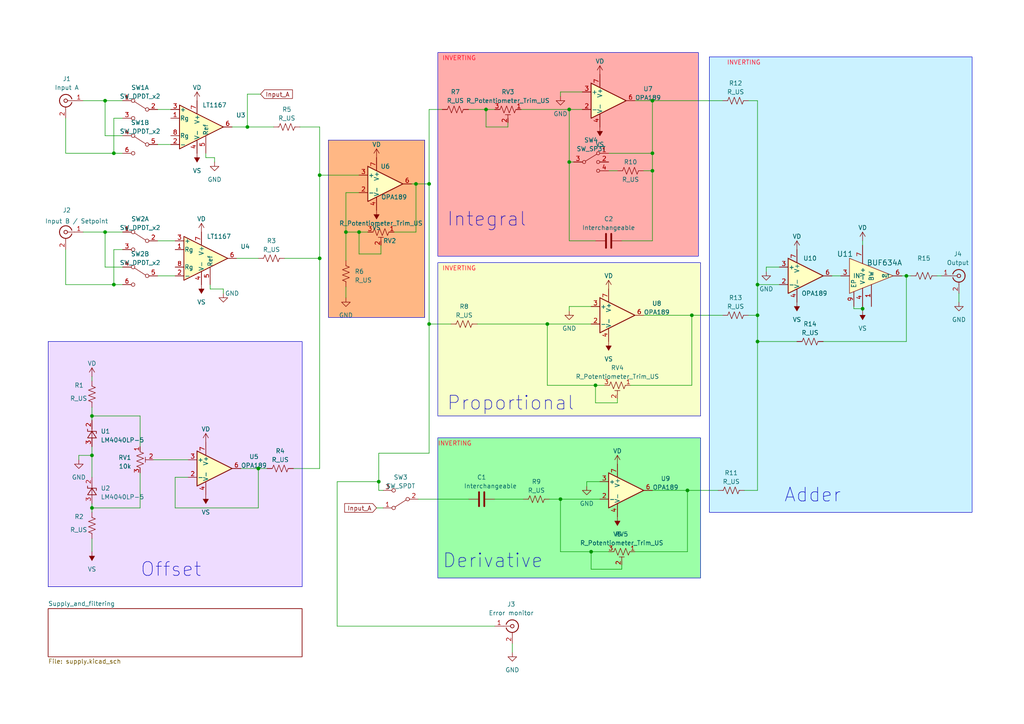
<source format=kicad_sch>
(kicad_sch (version 20230121) (generator eeschema)
  (paper "A4")
  (lib_symbols
    (symbol "Amplifier_Instrumentation:INA128" (pin_names (offset 0.127))
      (property "Reference" "U" (at 3.81 3.175 0))
      (property "Value" "INA128" (at 3.81 -3.175 0))
      (symbol "INA128_0_1"
        (polyline (pts (xy 7.62 0) (xy -5.08 6.35) (xy -5.08 -6.35) (xy 7.62 0)) (stroke (width 0.254)) (fill (type background)))
      )
      (symbol "INA128_1_1"
        (pin passive line (at -7.62 2.54 0) (length 2.54) (name "Rg") (number "1"))
        (pin input line (at -7.62 -5.08 0) (length 2.54) (name "-") (number "2"))
        (pin input line (at -7.62 5.08 0) (length 2.54) (name "+") (number "3"))
        (pin power_in line (at 0 -7.62 90) (length 3.81) (name "V-") (number "4"))
        (pin input line (at 2.54 -7.62 90) (length 5.08) (name "Ref") (number "5"))
        (pin output line (at 10.16 0 180) (length 2.54) (name "~") (number "6"))
        (pin power_in line (at 0 7.62 270) (length 3.81) (name "V+") (number "7"))
        (pin passive line (at -7.62 -2.54 0) (length 2.54) (name "Rg") (number "8"))
      )
    )
    (symbol "Amplifier_Operational:OPA330xxD" (pin_names (offset 0.127))
      (property "Reference" "U" (at 0 6.35 0))
      (property "Value" "OPA330xxD" (at 0 3.81 0))
      (symbol "OPA330xxD_0_1"
        (polyline (pts (xy -5.08 5.08) (xy 5.08 0) (xy -5.08 -5.08) (xy -5.08 5.08)) (stroke (width 0.254)) (fill (type background)))
      )
      (symbol "OPA330xxD_1_1"
        (pin no_connect line (at -2.54 2.54 270) (length 2.54) hide (name "NC") (number "1"))
        (pin input line (at -7.62 -2.54 0) (length 2.54) (name "-") (number "2"))
        (pin input line (at -7.62 2.54 0) (length 2.54) (name "+") (number "3"))
        (pin power_in line (at -2.54 -7.62 90) (length 3.81) (name "V-") (number "4"))
        (pin no_connect line (at 0 2.54 270) (length 2.54) hide (name "NC") (number "5"))
        (pin output line (at 7.62 0 180) (length 2.54) (name "~") (number "6"))
        (pin power_in line (at -2.54 7.62 270) (length 3.81) (name "V+") (number "7"))
        (pin no_connect line (at 0 -2.54 90) (length 2.54) hide (name "NC") (number "8"))
      )
    )
    (symbol "Connector:Conn_Coaxial" (pin_names (offset 1.016) hide)
      (property "Reference" "J" (at 0.254 3.048 0))
      (property "Value" "Conn_Coaxial" (at 2.921 0 90))
      (symbol "Conn_Coaxial_0_1"
        (arc (start -1.778 -0.508) (mid 0.2311 -1.8066) (end 1.778 0) (stroke (width 0.254)))
        (polyline (pts (xy -2.54 0) (xy -0.508 0)))
        (polyline (pts (xy 0 -2.54) (xy 0 -1.778)))
        (circle (center 0 0) (radius 0.508) (stroke (width 0.2032)))
        (arc (start 1.778 0) (mid 0.2099 1.8101) (end -1.778 0.508) (stroke (width 0.254)))
      )
      (symbol "Conn_Coaxial_1_1"
        (pin passive line (at -5.08 0 0) (length 2.54) (name "In") (number "1"))
        (pin passive line (at 0 -5.08 90) (length 2.54) (name "Ext") (number "2"))
      )
    )
    (symbol "Device:C" (pin_numbers hide) (pin_names (offset 0.254))
      (property "Reference" "C" (at 0.635 2.54 0))
      (property "Value" "C" (at 0.635 -2.54 0))
      (symbol "C_0_1"
        (polyline (pts (xy -2.032 -0.762) (xy 2.032 -0.762)) (stroke (width 0.508)))
        (polyline (pts (xy -2.032 0.762) (xy 2.032 0.762)) (stroke (width 0.508)))
      )
      (symbol "C_1_1"
        (pin passive line (at 0 3.81 270) (length 2.794) (name "~") (number "1"))
        (pin passive line (at 0 -3.81 90) (length 2.794) (name "~") (number "2"))
      )
    )
    (symbol "Device:R_Potentiometer_Trim_US" (pin_names (offset 1.016) hide)
      (property "Reference" "RV" (at -4.445 0 90))
      (property "Value" "R_Potentiometer_Trim_US" (at -2.54 0 90))
      (symbol "R_Potentiometer_Trim_US_0_1"
        (polyline (pts (xy 0 -2.286) (xy 0 -2.54)))
        (polyline (pts (xy 0 2.286) (xy 0 2.54)))
        (polyline (pts (xy 1.524 0.762) (xy 1.524 -0.762)))
        (polyline (pts (xy 2.54 0) (xy 1.524 0)))
        (polyline (pts (xy 0 -0.762) (xy 1.016 -1.143) (xy 0 -1.524) (xy -1.016 -1.905) (xy 0 -2.286)))
        (polyline (pts (xy 0 0.762) (xy 1.016 0.381) (xy 0 0) (xy -1.016 -0.381) (xy 0 -0.762)))
        (polyline (pts (xy 0 2.286) (xy 1.016 1.905) (xy 0 1.524) (xy -1.016 1.143) (xy 0 0.762)))
      )
      (symbol "R_Potentiometer_Trim_US_1_1"
        (pin passive line (at 0 3.81 270) (length 1.27) (name "1") (number "1"))
        (pin passive line (at 3.81 0 180) (length 1.27) (name "2") (number "2"))
        (pin passive line (at 0 -3.81 90) (length 1.27) (name "3") (number "3"))
      )
    )
    (symbol "Device:R_US" (pin_numbers hide) (pin_names (offset 0))
      (property "Reference" "R" (at 2.54 0 90))
      (property "Value" "R_US" (at -2.54 0 90))
      (symbol "R_US_0_1"
        (polyline (pts (xy 0 -2.286) (xy 0 -2.54)))
        (polyline (pts (xy 0 2.286) (xy 0 2.54)))
        (polyline (pts (xy 0 -0.762) (xy 1.016 -1.143) (xy 0 -1.524) (xy -1.016 -1.905) (xy 0 -2.286)))
        (polyline (pts (xy 0 0.762) (xy 1.016 0.381) (xy 0 0) (xy -1.016 -0.381) (xy 0 -0.762)))
        (polyline (pts (xy 0 2.286) (xy 1.016 1.905) (xy 0 1.524) (xy -1.016 1.143) (xy 0 0.762)))
      )
      (symbol "R_US_1_1"
        (pin passive line (at 0 3.81 270) (length 1.27) (name "~") (number "1"))
        (pin passive line (at 0 -3.81 90) (length 1.27) (name "~") (number "2"))
      )
    )
    (symbol "Reference_Voltage:LM4040LP-5" (pin_names (offset 0.0254) hide)
      (property "Reference" "U" (at 0 2.54 0))
      (property "Value" "LM4040LP-5" (at 0 -3.175 0))
      (symbol "LM4040LP-5_0_1"
        (polyline (pts (xy -1.27 0) (xy 0 0) (xy 1.27 0)))
        (polyline (pts (xy -1.27 -1.27) (xy 0.635 0) (xy -1.27 1.27) (xy -1.27 -1.27)) (stroke (width 0.2032)))
        (polyline (pts (xy 0 -1.27) (xy 0.635 -1.27) (xy 0.635 1.27) (xy 1.27 1.27)) (stroke (width 0.2032)))
      )
      (symbol "LM4040LP-5_1_1"
        (pin passive line (at 3.81 0 180) (length 2.54) (name "K") (number "2"))
        (pin passive line (at -3.81 0 0) (length 2.54) (name "A") (number "3"))
      )
    )
    (symbol "Switch:SW_DPDT_x2" (pin_names (offset 0) hide)
      (property "Reference" "SW" (at 0 4.318 0))
      (property "Value" "SW_DPDT_x2" (at 0 -5.08 0))
      (symbol "SW_DPDT_x2_0_0"
        (circle (center -2.032 0) (radius 0.508))
        (circle (center 2.032 -2.54) (radius 0.508))
      )
      (symbol "SW_DPDT_x2_0_1"
        (polyline (pts (xy -1.524 0.254) (xy 1.651 2.286)))
        (circle (center 2.032 2.54) (radius 0.508))
      )
      (symbol "SW_DPDT_x2_1_1"
        (pin passive line (at 5.08 2.54 180) (length 2.54) (name "A") (number "1"))
        (pin passive line (at -5.08 0 0) (length 2.54) (name "B") (number "2"))
        (pin passive line (at 5.08 -2.54 180) (length 2.54) (name "C") (number "3"))
      )
      (symbol "SW_DPDT_x2_2_1"
        (pin passive line (at 5.08 2.54 180) (length 2.54) (name "A") (number "4"))
        (pin passive line (at -5.08 0 0) (length 2.54) (name "B") (number "5"))
        (pin passive line (at 5.08 -2.54 180) (length 2.54) (name "C") (number "6"))
      )
    )
    (symbol "Switch:SW_SP3T" (pin_names (offset 0) hide)
      (property "Reference" "SW" (at 0 5.08 0))
      (property "Value" "SW_SP3T" (at 0 -5.08 0))
      (symbol "SW_SP3T_0_1"
        (circle (center -2.032 0) (radius 0.4572))
        (polyline (pts (xy -1.651 0.254) (xy 1.651 2.286)))
        (circle (center 2.032 -2.54) (radius 0.4572))
        (circle (center 2.032 0) (radius 0.4572))
        (circle (center 2.032 2.54) (radius 0.4572))
      )
      (symbol "SW_SP3T_1_1"
        (pin passive line (at 5.08 2.54 180) (length 2.54) (name "1") (number "1"))
        (pin passive line (at 5.08 0 180) (length 2.54) (name "2") (number "2"))
        (pin passive line (at -5.08 0 0) (length 2.54) (name "3") (number "3"))
        (pin passive line (at 5.08 -2.54 180) (length 2.54) (name "4") (number "4"))
      )
    )
    (symbol "Switch:SW_SPDT" (pin_names (offset 0) hide)
      (property "Reference" "SW" (at 0 4.318 0))
      (property "Value" "SW_SPDT" (at 0 -5.08 0))
      (symbol "SW_SPDT_0_0"
        (circle (center -2.032 0) (radius 0.508))
        (circle (center 2.032 -2.54) (radius 0.508))
      )
      (symbol "SW_SPDT_0_1"
        (polyline (pts (xy -1.524 0.254) (xy 1.651 2.286)))
        (circle (center 2.032 2.54) (radius 0.508))
      )
      (symbol "SW_SPDT_1_1"
        (pin passive line (at 5.08 2.54 180) (length 2.54) (name "A") (number "1"))
        (pin passive line (at -5.08 0 0) (length 2.54) (name "B") (number "2"))
        (pin passive line (at 5.08 -2.54 180) (length 2.54) (name "C") (number "3"))
      )
    )
    (symbol "buf634A:BUF634A" (pin_names (offset 1.016))
      (property "Reference" "U" (at 2.54 -12.7 0))
      (property "Value" "BUF634A" (at 13.97 -13.97 0))
      (symbol "BUF634A_1_1"
        (polyline (pts (xy 3.81 -22.86) (xy 3.81 -12.7) (xy 16.51 -17.78) (xy 3.81 -22.86)) (fill (type background)))
        (pin passive line (at 10.16 -26.67 90) (length 6.35) (name "BW") (number "1"))
        (pin passive line (at 1.27 -17.78 0) (length 2.54) (name "IN") (number "3"))
        (pin passive line (at 7.62 -26.67 90) (length 5.334) (name "V-") (number "4"))
        (pin passive line (at 19.05 -17.78 180) (length 2.54) (name "OUT") (number "6"))
        (pin passive line (at 7.62 -8.89 270) (length 5.334) (name "V+") (number "7"))
        (pin passive line (at 5.08 -26.67 90) (length 4.318) (name "EP") (number "9"))
      )
    )
    (symbol "power:GND" (power) (pin_names (offset 0))
      (property "Value" "GND" (at 0 -3.81 0))
      (symbol "GND_0_1"
        (polyline (pts (xy 0 0) (xy 0 -1.27) (xy 1.27 -1.27) (xy 0 -2.54) (xy -1.27 -1.27) (xy 0 -1.27)))
      )
      (symbol "GND_1_1"
        (pin power_in line (at 0 0 270) (length 0) hide (name "GND") (number "1"))
      )
    )
    (symbol "power:VD" (power) (pin_names (offset 0))
      (property "Value" "VD" (at 0 3.81 0))
      (symbol "VD_0_1"
        (polyline (pts (xy -0.762 1.27) (xy 0 2.54)))
        (polyline (pts (xy 0 0) (xy 0 2.54)))
        (polyline (pts (xy 0 2.54) (xy 0.762 1.27)))
      )
      (symbol "VD_1_1"
        (pin power_in line (at 0 0 90) (length 0) hide (name "VD") (number "1"))
      )
    )
    (symbol "power:VS" (power) (pin_names (offset 0))
      (property "Value" "VS" (at 0 3.81 0))
      (symbol "VS_0_1"
        (polyline (pts (xy 0 0) (xy 0 2.54)))
        (polyline (pts (xy 0.762 1.27) (xy -0.762 1.27) (xy 0 2.54) (xy 0.762 1.27)) (fill (type outline)))
      )
      (symbol "VS_1_1"
        (pin power_in line (at 0 0 90) (length 0) hide (name "VS") (number "1"))
      )
    )
  )
  (junction (at 33.02 44.45))
  (junction (at 26.67 147.32))
  (junction (at 199.39 142.24))
  (junction (at 124.46 93.98))
  (junction (at 189.23 49.53))
  (junction (at 158.75 93.98))
  (junction (at 262.89 80.01))
  (junction (at 109.855 139.7))
  (junction (at 120.65 53.34))
  (junction (at 92.71 50.8))
  (junction (at 26.67 132.08))
  (junction (at 33.02 82.55))
  (junction (at 30.48 67.31))
  (junction (at 219.71 99.06))
  (junction (at 124.46 53.34))
  (junction (at 219.71 82.55))
  (junction (at 92.71 74.93))
  (junction (at 26.67 120.65))
  (junction (at 100.33 67.31))
  (junction (at 30.48 29.21))
  (junction (at 172.72 111.76))
  (junction (at 71.755 36.83))
  (junction (at 74.93 135.89))
  (junction (at 200.66 91.44))
  (junction (at 219.71 91.44))
  (junction (at 165.1 46.99))
  (junction (at 104.14 67.31))
  (junction (at 165.1 31.75))
  (junction (at 171.45 160.02))
  (junction (at 250.19 89.535))
  (junction (at 189.23 29.21))
  (junction (at 189.23 44.45))
  (junction (at 140.97 31.75))
  (junction (at 162.56 144.78))
  (wire (pts (xy 151.13 31.75) (xy 165.1 31.75)))
  (wire (pts (xy 200.66 91.44) (xy 200.66 111.76)))
  (wire (pts (xy 35.56 34.29) (xy 33.02 34.29)))
  (wire (pts (xy 74.93 135.89) (xy 69.85 135.89)))
  (wire (pts (xy 200.66 91.44) (xy 209.55 91.44)))
  (wire (pts (xy 138.43 93.98) (xy 158.75 93.98)))
  (wire (pts (xy 30.48 67.31) (xy 35.56 67.31)))
  (wire (pts (xy 250.19 88.9) (xy 250.19 89.535)))
  (wire (pts (xy 82.55 74.93) (xy 92.71 74.93)))
  (wire (pts (xy 219.71 142.24) (xy 219.71 99.06)))
  (wire (pts (xy 26.67 147.32) (xy 26.67 148.59)))
  (wire (pts (xy 104.14 55.88) (xy 100.33 55.88)))
  (wire (pts (xy 171.45 165.1) (xy 171.45 160.02)))
  (wire (pts (xy 278.13 85.09) (xy 278.13 87.63)))
  (wire (pts (xy 162.56 144.78) (xy 173.99 144.78)))
  (wire (pts (xy 140.97 31.75) (xy 143.51 31.75)))
  (wire (pts (xy 30.48 77.47) (xy 30.48 67.31)))
  (wire (pts (xy 92.71 50.8) (xy 92.71 74.93)))
  (wire (pts (xy 219.71 82.55) (xy 219.71 29.21)))
  (wire (pts (xy 85.09 135.89) (xy 92.71 135.89)))
  (wire (pts (xy 33.02 34.29) (xy 33.02 44.45)))
  (wire (pts (xy 250.19 89.535) (xy 250.19 90.17)))
  (wire (pts (xy 33.02 44.45) (xy 35.56 44.45)))
  (wire (pts (xy 170.18 139.7) (xy 170.18 140.97)))
  (wire (pts (xy 215.9 142.24) (xy 219.71 142.24)))
  (wire (pts (xy 189.23 49.53) (xy 189.23 69.85)))
  (wire (pts (xy 71.755 36.83) (xy 79.375 36.83)))
  (wire (pts (xy 219.71 91.44) (xy 219.71 82.55)))
  (wire (pts (xy 40.64 147.32) (xy 26.67 147.32)))
  (wire (pts (xy 182.88 111.76) (xy 200.66 111.76)))
  (wire (pts (xy 171.45 160.02) (xy 162.56 160.02)))
  (wire (pts (xy 176.53 49.53) (xy 179.07 49.53)))
  (wire (pts (xy 35.56 77.47) (xy 30.48 77.47)))
  (wire (pts (xy 172.72 116.84) (xy 172.72 111.76)))
  (wire (pts (xy 262.89 99.06) (xy 262.89 80.01)))
  (wire (pts (xy 71.755 27.305) (xy 71.755 36.83)))
  (wire (pts (xy 44.45 133.35) (xy 54.61 133.35)))
  (wire (pts (xy 147.32 36.83) (xy 140.97 36.83)))
  (wire (pts (xy 158.75 93.98) (xy 158.75 111.76)))
  (wire (pts (xy 130.81 93.98) (xy 124.46 93.98)))
  (wire (pts (xy 143.51 144.78) (xy 151.765 144.78)))
  (wire (pts (xy 26.67 109.22) (xy 26.67 110.49)))
  (wire (pts (xy 247.65 89.535) (xy 250.19 89.535)))
  (wire (pts (xy 172.72 111.76) (xy 175.26 111.76)))
  (wire (pts (xy 100.33 83.185) (xy 100.33 86.36)))
  (wire (pts (xy 45.72 80.01) (xy 50.8 80.01)))
  (wire (pts (xy 45.72 69.85) (xy 50.8 69.85)))
  (wire (pts (xy 100.33 67.31) (xy 104.14 67.31)))
  (wire (pts (xy 60.96 83.82) (xy 64.77 83.82)))
  (wire (pts (xy 217.17 29.21) (xy 219.71 29.21)))
  (wire (pts (xy 54.61 138.43) (xy 50.8 138.43)))
  (wire (pts (xy 19.05 44.45) (xy 33.02 44.45)))
  (wire (pts (xy 176.53 44.45) (xy 189.23 44.45)))
  (wire (pts (xy 35.56 72.39) (xy 33.02 72.39)))
  (wire (pts (xy 238.76 99.06) (xy 262.89 99.06)))
  (wire (pts (xy 75.565 27.305) (xy 71.755 27.305)))
  (wire (pts (xy 124.46 31.75) (xy 128.27 31.75)))
  (wire (pts (xy 97.79 181.61) (xy 143.51 181.61)))
  (wire (pts (xy 271.78 80.01) (xy 273.05 80.01)))
  (wire (pts (xy 97.79 139.7) (xy 109.855 139.7)))
  (wire (pts (xy 110.49 73.66) (xy 104.14 73.66)))
  (wire (pts (xy 60.96 82.55) (xy 60.96 83.82)))
  (wire (pts (xy 86.995 36.83) (xy 92.71 36.83)))
  (wire (pts (xy 40.64 120.65) (xy 40.64 129.54)))
  (wire (pts (xy 189.23 44.45) (xy 189.23 49.53)))
  (wire (pts (xy 165.1 31.75) (xy 168.91 31.75)))
  (wire (pts (xy 162.56 160.02) (xy 162.56 144.78)))
  (wire (pts (xy 173.99 139.7) (xy 170.18 139.7)))
  (wire (pts (xy 67.31 36.83) (xy 71.755 36.83)))
  (wire (pts (xy 74.93 147.32) (xy 74.93 135.89)))
  (wire (pts (xy 121.285 144.78) (xy 135.89 144.78)))
  (wire (pts (xy 199.39 142.24) (xy 189.23 142.24)))
  (wire (pts (xy 148.59 186.69) (xy 148.59 189.23)))
  (wire (pts (xy 186.69 91.44) (xy 200.66 91.44)))
  (wire (pts (xy 222.25 77.47) (xy 222.25 78.74)))
  (wire (pts (xy 114.3 67.31) (xy 120.65 67.31)))
  (wire (pts (xy 168.91 26.67) (xy 162.56 26.67)))
  (wire (pts (xy 264.16 80.01) (xy 262.89 80.01)))
  (wire (pts (xy 165.1 46.99) (xy 165.1 69.85)))
  (wire (pts (xy 45.72 31.75) (xy 49.53 31.75)))
  (wire (pts (xy 241.3 80.01) (xy 243.84 80.01)))
  (wire (pts (xy 45.72 41.91) (xy 49.53 41.91)))
  (wire (pts (xy 35.56 39.37) (xy 30.48 39.37)))
  (wire (pts (xy 186.69 49.53) (xy 189.23 49.53)))
  (wire (pts (xy 226.06 77.47) (xy 222.25 77.47)))
  (wire (pts (xy 68.58 74.93) (xy 74.93 74.93)))
  (wire (pts (xy 140.97 36.83) (xy 140.97 31.75)))
  (wire (pts (xy 199.39 160.02) (xy 199.39 142.24)))
  (wire (pts (xy 172.72 111.76) (xy 158.75 111.76)))
  (wire (pts (xy 92.71 50.8) (xy 104.14 50.8)))
  (wire (pts (xy 179.07 116.84) (xy 172.72 116.84)))
  (wire (pts (xy 165.1 88.9) (xy 165.1 90.17)))
  (wire (pts (xy 184.15 29.21) (xy 189.23 29.21)))
  (wire (pts (xy 180.34 165.1) (xy 171.45 165.1)))
  (wire (pts (xy 124.46 131.445) (xy 124.46 93.98)))
  (wire (pts (xy 50.8 147.32) (xy 74.93 147.32)))
  (wire (pts (xy 165.1 46.99) (xy 166.37 46.99)))
  (wire (pts (xy 19.05 82.55) (xy 33.02 82.55)))
  (wire (pts (xy 24.13 29.21) (xy 30.48 29.21)))
  (wire (pts (xy 64.77 83.82) (xy 64.77 85.09)))
  (wire (pts (xy 250.19 69.85) (xy 250.19 71.12)))
  (wire (pts (xy 179.07 115.57) (xy 179.07 116.84)))
  (wire (pts (xy 109.855 131.445) (xy 124.46 131.445)))
  (wire (pts (xy 19.05 72.39) (xy 19.05 82.55)))
  (wire (pts (xy 124.46 53.34) (xy 120.65 53.34)))
  (wire (pts (xy 231.14 99.06) (xy 219.71 99.06)))
  (wire (pts (xy 189.23 29.21) (xy 209.55 29.21)))
  (wire (pts (xy 135.89 31.75) (xy 140.97 31.75)))
  (wire (pts (xy 24.13 67.31) (xy 30.48 67.31)))
  (wire (pts (xy 158.75 93.98) (xy 171.45 93.98)))
  (wire (pts (xy 92.71 135.89) (xy 92.71 74.93)))
  (wire (pts (xy 171.45 88.9) (xy 165.1 88.9)))
  (wire (pts (xy 26.67 146.05) (xy 26.67 147.32)))
  (wire (pts (xy 219.71 99.06) (xy 219.71 91.44)))
  (wire (pts (xy 109.855 142.24) (xy 109.855 139.7)))
  (wire (pts (xy 147.32 35.56) (xy 147.32 36.83)))
  (wire (pts (xy 33.02 82.55) (xy 35.56 82.55)))
  (wire (pts (xy 100.33 67.31) (xy 100.33 75.565)))
  (wire (pts (xy 33.02 72.39) (xy 33.02 82.55)))
  (wire (pts (xy 104.14 67.31) (xy 104.14 73.66)))
  (wire (pts (xy 26.67 129.54) (xy 26.67 132.08)))
  (wire (pts (xy 26.67 118.11) (xy 26.67 120.65)))
  (wire (pts (xy 110.49 71.12) (xy 110.49 73.66)))
  (wire (pts (xy 104.14 67.31) (xy 106.68 67.31)))
  (wire (pts (xy 180.34 163.83) (xy 180.34 165.1)))
  (wire (pts (xy 124.46 31.75) (xy 124.46 53.34)))
  (wire (pts (xy 26.67 120.65) (xy 26.67 121.92)))
  (wire (pts (xy 165.1 31.75) (xy 165.1 46.99)))
  (wire (pts (xy 92.71 36.83) (xy 92.71 50.8)))
  (wire (pts (xy 247.65 88.9) (xy 247.65 89.535)))
  (wire (pts (xy 26.67 132.08) (xy 26.67 138.43)))
  (wire (pts (xy 26.67 156.21) (xy 26.67 160.02)))
  (wire (pts (xy 62.23 45.72) (xy 62.23 46.99)))
  (wire (pts (xy 40.64 120.65) (xy 26.67 120.65)))
  (wire (pts (xy 22.86 132.08) (xy 26.67 132.08)))
  (wire (pts (xy 199.39 142.24) (xy 208.28 142.24)))
  (wire (pts (xy 40.64 137.16) (xy 40.64 147.32)))
  (wire (pts (xy 189.23 29.21) (xy 189.23 44.45)))
  (wire (pts (xy 226.06 82.55) (xy 219.71 82.55)))
  (wire (pts (xy 97.79 181.61) (xy 97.79 139.7)))
  (wire (pts (xy 30.48 39.37) (xy 30.48 29.21)))
  (wire (pts (xy 262.89 80.01) (xy 261.62 80.01)))
  (wire (pts (xy 109.22 147.32) (xy 111.125 147.32)))
  (wire (pts (xy 120.65 53.34) (xy 119.38 53.34)))
  (wire (pts (xy 109.855 139.7) (xy 109.855 131.445)))
  (wire (pts (xy 50.8 138.43) (xy 50.8 147.32)))
  (wire (pts (xy 59.69 44.45) (xy 59.69 45.72)))
  (wire (pts (xy 180.34 69.85) (xy 189.23 69.85)))
  (wire (pts (xy 30.48 29.21) (xy 35.56 29.21)))
  (wire (pts (xy 100.33 55.88) (xy 100.33 67.31)))
  (wire (pts (xy 184.15 160.02) (xy 199.39 160.02)))
  (wire (pts (xy 22.86 133.35) (xy 22.86 132.08)))
  (wire (pts (xy 159.385 144.78) (xy 162.56 144.78)))
  (wire (pts (xy 172.72 69.85) (xy 165.1 69.85)))
  (wire (pts (xy 124.46 53.34) (xy 124.46 93.98)))
  (wire (pts (xy 111.125 142.24) (xy 109.855 142.24)))
  (wire (pts (xy 217.17 91.44) (xy 219.71 91.44)))
  (wire (pts (xy 162.56 26.67) (xy 162.56 27.94)))
  (wire (pts (xy 59.69 45.72) (xy 62.23 45.72)))
  (wire (pts (xy 120.65 67.31) (xy 120.65 53.34)))
  (wire (pts (xy 19.05 34.29) (xy 19.05 44.45)))
  (wire (pts (xy 74.93 135.89) (xy 77.47 135.89)))
  (wire (pts (xy 176.53 160.02) (xy 171.45 160.02)))
  (rectangle (start 127 15.24) (end 202.565 74.295) (fill (type color) (color 255 173 171 1)))
  (rectangle (start 95.25 40.64) (end 123.19 92.075) (fill (type color) (color 255 183 132 1)))
  (rectangle (start 205.74 16.51) (end 281.94 148.59) (fill (type color) (color 203 242 255 1)))
  (rectangle (start 127 127) (end 203.2 167.64) (fill (type color) (color 155 255 167 1)))
  (rectangle (start 127 76.2) (end 203.2 120.65) (fill (type color) (color 248 255 201 1)))
  (rectangle (start 13.97 99.06) (end 87.63 170.18) (fill (type color) (color 238 220 255 1)))
  (text "INVERTING" (at 127 129.54 0) (effects (font (size 1.27 1.27)) (justify left bottom)))
  (text "INVERTING" (at 210.82 19.05 0) (effects (font (size 1.27 1.27)) (justify left bottom)))
  (text "Proportional" (at 129.54 119.38 0) (effects (font (size 4 4)) (justify left bottom)))
  (text "Adder" (at 227.33 146.05 0) (effects (font (size 4 4)) (justify left bottom)))
  (text "Derivative" (at 128.27 165.1 0) (effects (font (size 4 4)) (justify left bottom)))
  (text "INVERTING" (at 128.27 17.78 0) (effects (font (size 1.27 1.27)) (justify left bottom)))
  (text "INVERTING" (at 128.27 78.74 0) (effects (font (size 1.27 1.27)) (justify left bottom)))
  (text "Integral" (at 129.54 66.04 0) (effects (font (size 4 4)) (justify left bottom)))
  (text "Offset" (at 40.64 167.64 0) (effects (font (size 4 4)) (justify left bottom)))
  (global_label "Input_A" (shape input) (at 75.565 27.305 0) (property "Intersheetrefs" "${INTERSHEET_REFS}" (effects hide)))
  (global_label "Input_A" (shape input) (at 109.22 147.32 180) (property "Intersheetrefs" "${INTERSHEET_REFS}" (effects hide)))
  (symbol (lib_id "power:GND") (at 165.1 90.17 0) (unit 1)
    (property "Reference" "#PWR017" (effects hide))
    (property "Value" "GND" (at 165.1 95.25 0))
  )
  (symbol (lib_id "power:VS") (at 173.99 36.83 180) (unit 1)
    (property "Reference" "#PWR020" (effects hide))
    (property "Value" "VS" (at 173.99 41.91 0))
  )
  (symbol (lib_id "Device:R_US") (at 83.185 36.83 90) (unit 1)
    (property "Reference" "R5" (at 83.185 31.75 90))
    (property "Value" "R_US" (at 83.185 34.29 90))
  )
  (symbol (lib_id "Amplifier_Operational:OPA330xxD") (at 62.23 135.89 0) (unit 1)
    (property "Reference" "U5" (at 73.66 132.4611 0))
    (property "Value" "OPA189" (at 73.66 135.0011 0))
    (property "Footprint" "Package_SO:SOIC-8_3.9x4.9mm_P1.27mm" (effects hide))
    (property "Datasheet" "https://www.ti.com/lit/ds/symlink/opa189.pdf" (effects hide))
    (property "DIGIKEY" "296-47522-ND" (effects hide))
    (property "PARTNO" "OPA189ID" (effects hide))
  )
  (symbol (lib_id "Device:R_US") (at 234.95 99.06 90) (unit 1)
    (property "Reference" "R14" (at 234.95 93.98 90))
    (property "Value" "R_US" (at 234.95 96.52 90))
  )
  (symbol (lib_id "Device:R_US") (at 155.575 144.78 90) (unit 1)
    (property "Reference" "R9" (at 155.575 139.7 90))
    (property "Value" "R_US" (at 155.575 142.24 90))
  )
  (symbol (lib_id "Device:R_US") (at 267.97 80.01 90) (unit 1)
    (property "Reference" "R15" (at 267.97 74.93 90))
    (property "Value" "50" (effects hide))
  )
  (symbol (lib_id "Amplifier_Operational:OPA330xxD") (at 181.61 142.24 0) (unit 1)
    (property "Reference" "U9" (at 193.04 138.8111 0))
    (property "Value" "OPA189" (at 193.04 141.3511 0))
    (property "Footprint" "Package_SO:SOIC-8_3.9x4.9mm_P1.27mm" (effects hide))
    (property "Datasheet" "https://www.ti.com/lit/ds/symlink/opa189.pdf" (effects hide))
    (property "DIGIKEY" "296-47522-ND" (effects hide))
    (property "PARTNO" "OPA189ID" (effects hide))
  )
  (symbol (lib_id "Connector:Conn_Coaxial") (at 19.05 29.21 0) (mirror y) (unit 1)
    (property "Reference" "J1" (at 19.3674 22.86 0))
    (property "Value" "Input A" (at 19.3674 25.4 0))
    (property "Footprint" "lib:BNC_Amphenol_B6252HB-NPP3G-50_Horizontal" (effects hide))
    (property "Datasheet" " ~" (effects hide))
  )
  (symbol (lib_id "Connector:Conn_Coaxial") (at 148.59 181.61 0) (unit 1)
    (property "Reference" "J3" (at 148.2726 175.26 0))
    (property "Value" "Error monitor" (at 148.2726 177.8 0))
    (property "Footprint" "lib:BNC_Amphenol_B6252HB-NPP3G-50_Horizontal" (effects hide))
    (property "Datasheet" " ~" (effects hide))
  )
  (symbol (lib_id "Device:R_US") (at 100.33 79.375 180) (unit 1)
    (property "Reference" "R6" (at 102.87 78.74 0) (effects (justify right)))
    (property "Value" "R_US" (at 102.87 81.28 0) (effects (justify right)))
  )
  (symbol (lib_id "power:VS") (at 59.69 143.51 180) (unit 1)
    (property "Reference" "#PWR09" (effects hide))
    (property "Value" "VS" (at 59.69 148.59 0))
  )
  (symbol (lib_id "Device:R_US") (at 26.67 152.4 180) (unit 1)
    (property "Reference" "R2" (at 21.59 149.86 0) (effects (justify right)))
    (property "Value" "R_US" (at 20.32 153.67 0) (effects (justify right)))
  )
  (symbol (lib_id "power:VD") (at 176.53 83.82 0) (unit 1)
    (property "Reference" "#PWR021" (effects hide))
    (property "Value" "VD" (at 176.53 80.01 0))
  )
  (symbol (lib_id "power:GND") (at 278.13 87.63 0) (unit 1)
    (property "Reference" "#PWR030" (effects hide))
    (property "Value" "GND" (at 278.13 92.71 0))
  )
  (symbol (lib_id "power:VS") (at 57.15 44.45 180) (unit 1)
    (property "Reference" "#PWR05" (effects hide))
    (property "Value" "VS" (at 57.15 49.53 0))
  )
  (symbol (lib_id "power:VD") (at 26.67 109.22 0) (unit 1)
    (property "Reference" "#PWR02" (effects hide))
    (property "Value" "VD" (at 26.67 105.41 0))
  )
  (symbol (lib_id "power:VS") (at 26.67 160.02 180) (unit 1)
    (property "Reference" "#PWR03" (effects hide))
    (property "Value" "VS" (at 26.67 165.1 0))
  )
  (symbol (lib_id "power:VD") (at 59.69 128.27 0) (unit 1)
    (property "Reference" "#PWR08" (effects hide))
    (property "Value" "VD" (at 59.69 124.46 0))
  )
  (symbol (lib_id "power:VS") (at 179.07 149.86 180) (unit 1)
    (property "Reference" "#PWR024" (effects hide))
    (property "Value" "VS" (at 179.07 154.94 0))
  )
  (symbol (lib_id "power:VS") (at 109.22 60.96 180) (unit 1)
    (property "Reference" "#PWR014" (effects hide))
    (property "Value" "VS" (at 109.22 66.04 0))
  )
  (symbol (lib_id "Switch:SW_SP3T") (at 171.45 46.99 0) (unit 1)
    (property "Reference" "SW4" (at 171.45 40.64 0))
    (property "Value" "SW_SP3T" (at 171.45 43.18 0))
  )
  (symbol (lib_id "Switch:SW_DPDT_x2") (at 40.64 69.85 0) (mirror y) (unit 1)
    (property "Reference" "SW2" (at 40.64 63.5 0))
    (property "Value" "SW_DPDT_x2" (at 40.64 66.04 0))
  )
  (symbol (lib_id "Device:C") (at 139.7 144.78 90) (unit 1)
    (property "Reference" "C1" (at 139.7 138.43 90))
    (property "Value" "Interchangeable" (at 142.24 140.97 90))
    (property "Footprint" "Connector_Wire:SolderWire-2.5sqmm_1x02_P7.2mm_D2.4mm_OD3.6mm" (effects hide))
  )
  (symbol (lib_id "Switch:SW_DPDT_x2") (at 40.64 31.75 0) (mirror y) (unit 1)
    (property "Reference" "SW1" (at 40.64 25.4 0))
    (property "Value" "SW_DPDT_x2" (at 40.64 27.94 0))
  )
  (symbol (lib_id "Device:R_Potentiometer_Trim_US") (at 180.34 160.02 270) (unit 1)
    (property "Reference" "RV5" (at 180.34 154.94 90))
    (property "Value" "R_Potentiometer_Trim_US" (at 180.34 157.48 90))
  )
  (symbol (lib_id "Device:R_Potentiometer_Trim_US") (at 179.07 111.76 270) (unit 1)
    (property "Reference" "RV4" (at 179.07 106.68 90))
    (property "Value" "R_Potentiometer_Trim_US" (at 179.07 109.22 90))
  )
  (symbol (lib_id "power:VD") (at 58.42 67.31 0) (unit 1)
    (property "Reference" "#PWR06" (effects hide))
    (property "Value" "VD" (at 58.42 63.5 0))
  )
  (symbol (lib_id "Amplifier_Operational:OPA330xxD") (at 179.07 91.44 0) (unit 1)
    (property "Reference" "U8" (at 190.5 88.0111 0))
    (property "Value" "OPA189" (at 190.5 90.5511 0))
    (property "Footprint" "Package_SO:SOIC-8_3.9x4.9mm_P1.27mm" (effects hide))
    (property "Datasheet" "https://www.ti.com/lit/ds/symlink/opa189.pdf" (effects hide))
    (property "DIGIKEY" "296-47522-ND" (effects hide))
    (property "PARTNO" "OPA189ID" (effects hide))
  )
  (symbol (lib_id "Connector:Conn_Coaxial") (at 278.13 80.01 0) (unit 1)
    (property "Reference" "J4" (at 277.8126 73.66 0))
    (property "Value" "Output" (at 277.8126 76.2 0))
    (property "Footprint" "lib:BNC_Amphenol_B6252HB-NPP3G-50_Horizontal" (effects hide))
    (property "Datasheet" " ~" (effects hide))
  )
  (symbol (lib_id "power:GND") (at 148.59 189.23 0) (unit 1)
    (property "Reference" "#PWR015" (effects hide))
    (property "Value" "GND" (at 148.59 194.31 0))
  )
  (symbol (lib_id "Device:R_US") (at 213.36 91.44 90) (unit 1)
    (property "Reference" "R13" (at 213.36 86.36 90))
    (property "Value" "R_US" (at 213.36 88.9 90))
  )
  (symbol (lib_id "power:VS") (at 231.14 87.63 180) (unit 1)
    (property "Reference" "#PWR027" (effects hide))
    (property "Value" "VS" (at 231.14 92.71 0))
  )
  (symbol (lib_id "Amplifier_Instrumentation:INA128") (at 58.42 74.93 0) (unit 1)
    (property "Reference" "U4" (at 71.12 71.5011 0))
    (property "Value" "LT1167" (at 63.5 68.58 0))
    (property "Footprint" "Package_DIP:DIP-8_W7.62mm_LongPads" (effects hide))
    (property "Datasheet" "http://www.ti.com/lit/ds/symlink/ina128.pdf" (effects hide))
  )
  (symbol (lib_id "Device:R_US") (at 81.28 135.89 90) (unit 1)
    (property "Reference" "R4" (at 81.28 130.81 90))
    (property "Value" "R_US" (at 81.28 133.35 90))
  )
  (symbol (lib_id "power:VS") (at 250.19 90.17 180) (unit 1)
    (property "Reference" "#PWR029" (effects hide))
    (property "Value" "VS" (at 250.19 95.25 0))
  )
  (symbol (lib_id "Amplifier_Operational:OPA330xxD") (at 233.68 80.01 0) (unit 1)
    (property "Reference" "U10" (at 234.95 74.93 0))
    (property "Value" "OPA189" (at 236.22 85.09 0))
    (property "Footprint" "Package_SO:SOIC-8_3.9x4.9mm_P1.27mm" (effects hide))
    (property "Datasheet" "https://www.ti.com/lit/ds/symlink/opa189.pdf" (effects hide))
    (property "DIGIKEY" "296-47522-ND" (effects hide))
    (property "PARTNO" "OPA189ID" (effects hide))
  )
  (symbol (lib_id "power:VD") (at 173.99 21.59 0) (unit 1)
    (property "Reference" "#PWR019" (effects hide))
    (property "Value" "VD" (at 173.99 17.78 0))
  )
  (symbol (lib_id "Switch:SW_DPDT_x2") (at 40.64 80.01 0) (mirror y) (unit 2)
    (property "Reference" "SW2" (at 40.64 73.66 0))
    (property "Value" "SW_DPDT_x2" (at 40.64 76.2 0))
  )
  (symbol (lib_id "Device:R_Potentiometer_Trim_US") (at 110.49 67.31 270) (unit 1)
    (property "Reference" "RV2" (at 113.03 69.85 90))
    (property "Value" "R_Potentiometer_Trim_US" (at 110.49 64.77 90))
  )
  (symbol (lib_id "Device:R_Potentiometer_Trim_US") (at 147.32 31.75 270) (unit 1)
    (property "Reference" "RV3" (at 147.32 26.67 90))
    (property "Value" "R_Potentiometer_Trim_US" (at 147.32 29.21 90))
  )
  (symbol (lib_id "Device:R_Potentiometer_Trim_US") (at 40.64 133.35 0) (unit 1)
    (property "Reference" "RV1" (at 38.1 132.715 0) (effects (justify right)))
    (property "Value" "10k" (at 38.1 135.255 0) (effects (justify right)))
  )
  (symbol (lib_id "Device:R_US") (at 134.62 93.98 90) (unit 1)
    (property "Reference" "R8" (at 134.62 88.9 90))
    (property "Value" "R_US" (at 134.62 91.44 90))
  )
  (symbol (lib_id "Device:R_US") (at 78.74 74.93 90) (unit 1)
    (property "Reference" "R3" (at 78.74 69.85 90))
    (property "Value" "R_US" (at 78.74 72.39 90))
  )
  (symbol (lib_id "Device:R_US") (at 26.67 114.3 180) (unit 1)
    (property "Reference" "R1" (at 21.59 111.76 0) (effects (justify right)))
    (property "Value" "R_US" (at 20.32 115.57 0) (effects (justify right)))
  )
  (symbol (lib_id "Reference_Voltage:LM4040LP-5") (at 26.67 142.24 90) (unit 1)
    (property "Reference" "U2" (at 29.21 141.605 90) (effects (justify right)))
    (property "Value" "LM4040LP-5" (at 29.21 144.145 90) (effects (justify right)))
    (property "Footprint" "Package_TO_SOT_THT:TO-92_Inline" (effects hide))
    (property "Datasheet" "http://www.ti.com/lit/ds/symlink/lm4040-n.pdf" (effects hide))
  )
  (symbol (lib_id "Device:C") (at 176.53 69.85 90) (unit 1)
    (property "Reference" "C2" (at 176.53 63.5 90))
    (property "Value" "Interchangeable" (at 176.53 66.04 90))
    (property "Footprint" "Connector_Wire:SolderWire-2.5sqmm_1x02_P7.2mm_D2.4mm_OD3.6mm" (effects hide))
  )
  (symbol (lib_id "power:GND") (at 162.56 27.94 0) (unit 1)
    (property "Reference" "#PWR016" (effects hide))
    (property "Value" "GND" (at 162.56 33.02 0))
  )
  (symbol (lib_id "power:VD") (at 57.15 29.21 0) (unit 1)
    (property "Reference" "#PWR04" (effects hide))
    (property "Value" "VD" (at 57.15 25.4 0))
  )
  (symbol (lib_id "Amplifier_Operational:OPA330xxD") (at 111.76 53.34 0) (unit 1)
    (property "Reference" "U6" (at 111.76 48.26 0))
    (property "Value" "OPA189" (at 114.3 57.15 0))
    (property "Footprint" "Package_SO:SOIC-8_3.9x4.9mm_P1.27mm" (effects hide))
    (property "Datasheet" "https://www.ti.com/lit/ds/symlink/opa189.pdf" (effects hide))
    (property "DIGIKEY" "296-47522-ND" (effects hide))
    (property "PARTNO" "OPA189ID" (effects hide))
  )
  (symbol (lib_id "power:VD") (at 250.19 69.85 0) (unit 1)
    (property "Reference" "#PWR028" (effects hide))
    (property "Value" "VD" (at 250.19 66.04 0))
  )
  (symbol (lib_id "power:VS") (at 176.53 99.06 180) (unit 1)
    (property "Reference" "#PWR022" (effects hide))
    (property "Value" "VS" (at 176.53 104.14 0))
  )
  (symbol (lib_id "power:GND") (at 64.77 85.09 0) (unit 1)
    (property "Reference" "#PWR011" (effects hide))
    (property "Value" "GND" (at 67.31 85.09 0))
  )
  (symbol (lib_id "Device:R_US") (at 213.36 29.21 90) (unit 1)
    (property "Reference" "R12" (at 213.36 24.13 90))
    (property "Value" "R_US" (at 213.36 26.67 90))
  )
  (symbol (lib_id "Reference_Voltage:LM4040LP-5") (at 26.67 125.73 90) (unit 1)
    (property "Reference" "U1" (at 29.21 125.095 90) (effects (justify right)))
    (property "Value" "LM4040LP-5" (at 29.21 127.635 90) (effects (justify right)))
    (property "Footprint" "Package_TO_SOT_THT:TO-92_Inline" (effects hide))
    (property "Datasheet" "http://www.ti.com/lit/ds/symlink/lm4040-n.pdf" (effects hide))
  )
  (symbol (lib_id "Connector:Conn_Coaxial") (at 19.05 67.31 0) (mirror y) (unit 1)
    (property "Reference" "J2" (at 19.3674 60.96 0))
    (property "Value" "Input B / Setpoint" (at 22.225 64.135 0))
    (property "Footprint" "lib:BNC_Amphenol_B6252HB-NPP3G-50_Horizontal" (effects hide))
    (property "Datasheet" " ~" (effects hide))
  )
  (symbol (lib_id "power:VD") (at 231.14 72.39 0) (unit 1)
    (property "Reference" "#PWR026" (effects hide))
    (property "Value" "VD" (at 231.14 68.58 0))
  )
  (symbol (lib_id "power:GND") (at 170.18 140.97 0) (unit 1)
    (property "Reference" "#PWR018" (effects hide))
    (property "Value" "GND" (at 170.18 146.05 0))
  )
  (symbol (lib_id "Switch:SW_SPDT") (at 116.205 144.78 180) (unit 1)
    (property "Reference" "SW3" (at 116.205 138.43 0))
    (property "Value" "SW_SPDT" (at 116.205 140.97 0))
  )
  (symbol (lib_id "power:GND") (at 22.86 133.35 0) (unit 1)
    (property "Reference" "#PWR01" (effects hide))
    (property "Value" "GND" (at 22.86 138.43 0))
  )
  (symbol (lib_id "Device:R_US") (at 212.09 142.24 90) (unit 1)
    (property "Reference" "R11" (at 212.09 137.16 90))
    (property "Value" "R_US" (at 212.09 139.7 90))
  )
  (symbol (lib_id "Device:R_US") (at 182.88 49.53 90) (unit 1)
    (property "Reference" "R10" (at 182.88 46.99 90))
    (property "Value" "R_US" (at 182.88 52.07 90))
  )
  (symbol (lib_id "Amplifier_Operational:OPA330xxD") (at 176.53 29.21 0) (unit 1)
    (property "Reference" "U7" (at 187.96 25.7811 0))
    (property "Value" "OPA189" (at 187.96 28.3211 0))
    (property "Footprint" "Package_SO:SOIC-8_3.9x4.9mm_P1.27mm" (effects hide))
    (property "Datasheet" "https://www.ti.com/lit/ds/symlink/opa189.pdf" (effects hide))
    (property "DIGIKEY" "296-47522-ND" (effects hide))
    (property "PARTNO" "OPA189ID" (effects hide))
  )
  (symbol (lib_id "power:VD") (at 179.07 134.62 0) (unit 1)
    (property "Reference" "#PWR023" (effects hide))
    (property "Value" "VD" (at 179.07 130.81 0))
  )
  (symbol (lib_id "power:VS") (at 58.42 82.55 180) (unit 1)
    (property "Reference" "#PWR07" (effects hide))
    (property "Value" "VS" (at 58.42 87.63 0))
  )
  (symbol (lib_id "Amplifier_Instrumentation:INA128") (at 57.15 36.83 0) (unit 1)
    (property "Reference" "U3" (at 69.85 33.4011 0))
    (property "Value" "LT1167" (at 62.23 30.48 0))
    (property "Footprint" "Package_DIP:DIP-8_W7.62mm_LongPads" (effects hide))
    (property "Datasheet" "http://www.ti.com/lit/ds/symlink/ina128.pdf" (effects hide))
  )
  (symbol (lib_id "power:GND") (at 100.33 86.36 0) (unit 1)
    (property "Reference" "#PWR012" (effects hide))
    (property "Value" "GND" (at 100.33 91.44 0))
  )
  (symbol (lib_id "power:VD") (at 109.22 45.72 0) (unit 1)
    (property "Reference" "#PWR013" (effects hide))
    (property "Value" "VD" (at 109.22 41.91 0))
  )
  (symbol (lib_id "power:GND") (at 222.25 78.74 0) (unit 1)
    (property "Reference" "#PWR025" (effects hide))
    (property "Value" "GND" (at 222.25 83.82 0))
  )
  (symbol (lib_id "Device:R_US") (at 132.08 31.75 90) (unit 1)
    (property "Reference" "R7" (at 132.08 26.67 90))
    (property "Value" "R_US" (at 132.08 29.21 90))
  )
  (symbol (lib_id "buf634A:BUF634A") (at 242.57 62.23 0) (unit 1)
    (property "Reference" "U11" (at 245.11 73.66 0) (effects (font (size 1.524 1.524))))
    (property "Value" "BUF634A" (at 256.54 76.2 0) (effects (font (size 1.524 1.524))))
    (property "Footprint" "lib:BUF634U" (effects hide))
    (property "Datasheet" "https://www.ti.com/lit/ds/symlink/buf634a.pdf" (effects hide))
    (property "DIGIKEY" "296-BUF634AIDDARCT-ND" (effects hide))
    (property "PARTNO" "BUF634AIDDAR" (effects hide))
  )
  (symbol (lib_id "Switch:SW_DPDT_x2") (at 40.64 41.91 0) (mirror y) (unit 2)
    (property "Reference" "SW1" (at 40.64 35.56 0))
    (property "Value" "SW_DPDT_x2" (at 40.64 38.1 0))
  )
  (symbol (lib_id "power:GND") (at 62.23 46.99 0) (unit 1)
    (property "Reference" "#PWR010" (effects hide))
    (property "Value" "GND" (at 62.23 52.07 0))
  )
  (sheet (at 13.97 176.53) (size 73.66 13.97) (stroke (width 0.1524))
    (property "Sheetname" "Supply_and_filtering" (at 13.97 175.8184 0) (effects (justify left bottom)))
    (property "Sheetfile" "supply.kicad_sch" (at 13.97 191.0846 0) (effects (justify left top)))
  )
)
</source>
